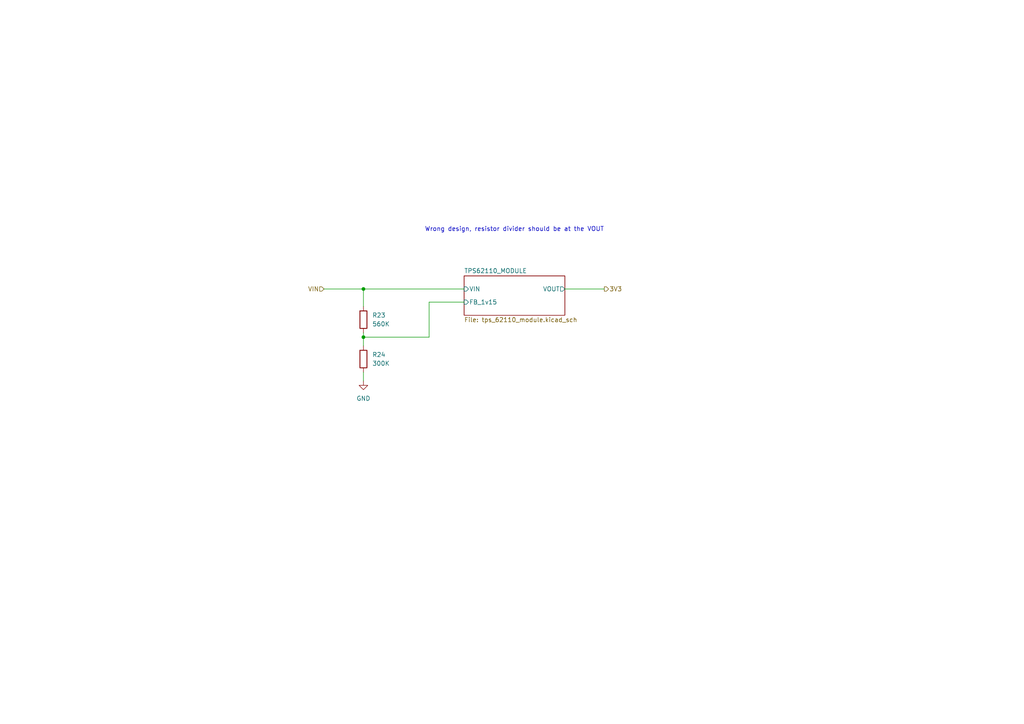
<source format=kicad_sch>
(kicad_sch (version 20230121) (generator eeschema)
  (paper "A4")
  (lib_symbols
    (symbol "Device:R" (pin_numbers hide) (pin_names (offset 0))
      (property "Reference" "R" (at 2.032 0 90))
      (property "Value" "R" (at 0 0 90))
      (symbol "R_0_1"
        (rectangle (start -1.016 -2.54) (end 1.016 2.54) (stroke (width 0.254)))
      )
      (symbol "R_1_1"
        (pin passive line (at 0 3.81 270) (length 1.27) (name "~") (number "1"))
        (pin passive line (at 0 -3.81 90) (length 1.27) (name "~") (number "2"))
      )
    )
    (symbol "power:GND" (power) (pin_names (offset 0))
      (property "Value" "GND" (at 0 -3.81 0))
      (symbol "GND_0_1"
        (polyline (pts (xy 0 0) (xy 0 -1.27) (xy 1.27 -1.27) (xy 0 -2.54) (xy -1.27 -1.27) (xy 0 -1.27)))
      )
      (symbol "GND_1_1"
        (pin power_in line (at 0 0 270) (length 0) hide (name "GND") (number "1"))
      )
    )
  )
  (junction (at 105.41 83.82))
  (junction (at 105.41 97.79))
  (wire (pts (xy 105.41 97.79) (xy 124.46 97.79)))
  (wire (pts (xy 124.46 97.79) (xy 124.46 87.63)))
  (wire (pts (xy 93.98 83.82) (xy 105.41 83.82)))
  (wire (pts (xy 105.41 97.79) (xy 105.41 100.33)))
  (wire (pts (xy 163.83 83.82) (xy 175.26 83.82)))
  (wire (pts (xy 124.46 87.63) (xy 134.62 87.63)))
  (wire (pts (xy 105.41 110.49) (xy 105.41 107.95)))
  (wire (pts (xy 105.41 88.9) (xy 105.41 83.82)))
  (wire (pts (xy 105.41 83.82) (xy 134.62 83.82)))
  (wire (pts (xy 105.41 96.52) (xy 105.41 97.79)))
  (text "Wrong design, resistor divider should be at the VOUT" (at 123.19 67.31 0) (effects (font (size 1.27 1.27)) (justify left bottom)))
  (hierarchical_label "3V3" (shape output) (at 175.26 83.82 0))
  (hierarchical_label "VIN" (shape input) (at 93.98 83.82 180))
  (symbol (lib_id "Device:R") (at 105.41 92.71 0) (unit 1)
    (property "Reference" "R23" (at 107.95 91.4399 0) (effects (justify left)))
    (property "Value" "560K" (at 107.95 93.9799 0) (effects (justify left)))
    (property "Footprint" "Resistor_SMD:R_1206_3216Metric" (effects hide))
  )
  (symbol (lib_id "Device:R") (at 105.41 104.14 0) (unit 1)
    (property "Reference" "R24" (at 107.95 102.8699 0) (effects (justify left)))
    (property "Value" "300K" (at 107.95 105.4099 0) (effects (justify left)))
    (property "Footprint" "Resistor_SMD:R_1206_3216Metric" (effects hide))
  )
  (symbol (lib_id "power:GND") (at 105.41 110.49 0) (unit 1)
    (property "Reference" "#PWR047" (effects hide))
    (property "Value" "GND" (at 105.41 115.57 0))
  )
  (sheet (at 134.62 80.01) (size 29.21 11.43) (stroke (width 0.1524))
    (property "Sheetname" "TPS62110_MODULE" (at 134.62 79.2984 0) (effects (justify left bottom)))
    (property "Sheetfile" "tps_62110_module.kicad_sch" (at 134.62 92.0246 0) (effects (justify left top)))
    (pin "VIN" input (at 134.62 83.82 180))
    (pin "VOUT" output (at 163.83 83.82 0))
    (pin "FB_1v15" input (at 134.62 87.63 180))
  )
)
</source>
